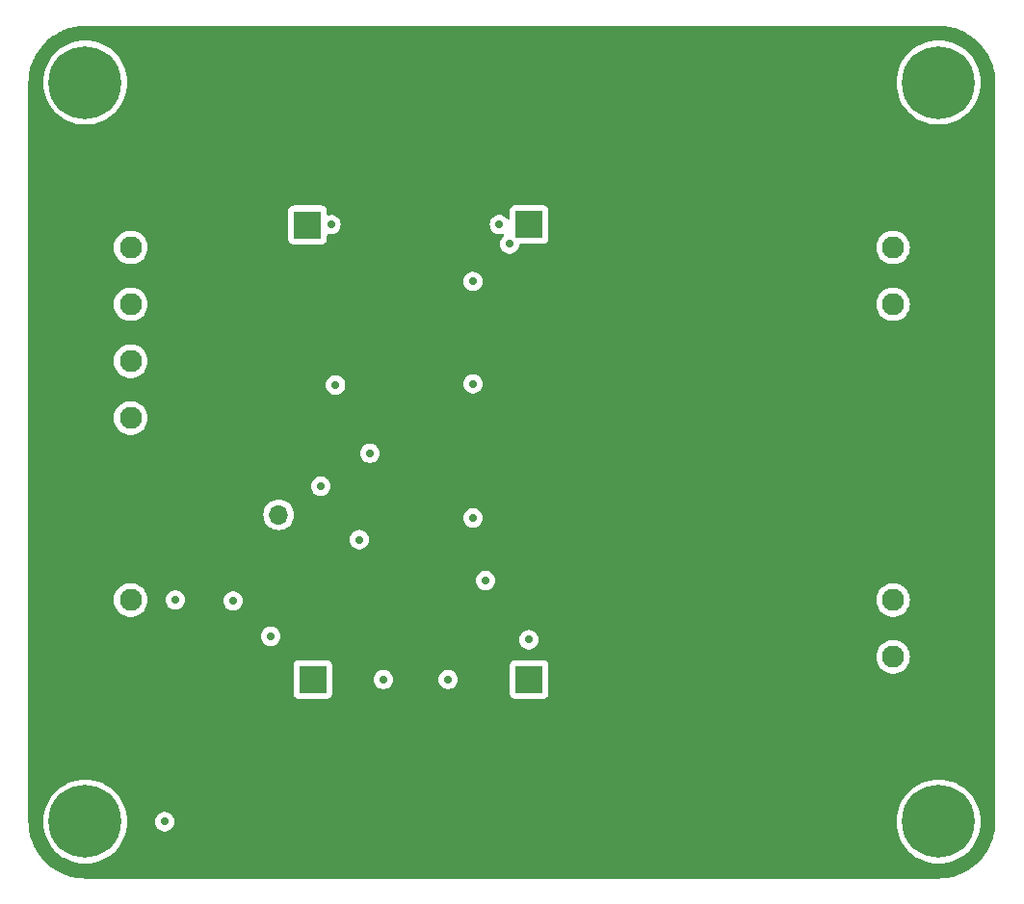
<source format=gbr>
%TF.GenerationSoftware,KiCad,Pcbnew,7.0.6*%
%TF.CreationDate,2023-10-07T14:34:09+02:00*%
%TF.ProjectId,TPA3116 amplifier,54504133-3131-4362-9061-6d706c696669,rev?*%
%TF.SameCoordinates,Original*%
%TF.FileFunction,Copper,L2,Inr*%
%TF.FilePolarity,Positive*%
%FSLAX46Y46*%
G04 Gerber Fmt 4.6, Leading zero omitted, Abs format (unit mm)*
G04 Created by KiCad (PCBNEW 7.0.6) date 2023-10-07 14:34:09*
%MOMM*%
%LPD*%
G01*
G04 APERTURE LIST*
%TA.AperFunction,ComponentPad*%
%ADD10C,1.950000*%
%TD*%
%TA.AperFunction,ComponentPad*%
%ADD11C,0.800000*%
%TD*%
%TA.AperFunction,ComponentPad*%
%ADD12C,6.400000*%
%TD*%
%TA.AperFunction,ComponentPad*%
%ADD13R,2.400000X2.400000*%
%TD*%
%TA.AperFunction,ComponentPad*%
%ADD14C,2.400000*%
%TD*%
%TA.AperFunction,ComponentPad*%
%ADD15R,1.700000X1.700000*%
%TD*%
%TA.AperFunction,ComponentPad*%
%ADD16O,1.700000X1.700000*%
%TD*%
%TA.AperFunction,ViaPad*%
%ADD17C,0.700000*%
%TD*%
%TA.AperFunction,ViaPad*%
%ADD18C,0.800000*%
%TD*%
%TA.AperFunction,ViaPad*%
%ADD19C,0.500000*%
%TD*%
G04 APERTURE END LIST*
D10*
%TO.N,/LOUT+*%
%TO.C,J5*%
X176000000Y-100500000D03*
%TO.N,/LOUT-*%
X176000000Y-105500000D03*
%TD*%
D11*
%TO.N,unconnected-(H1-Pad1)*%
%TO.C,H1*%
X177600000Y-120000000D03*
X178302944Y-118302944D03*
X178302944Y-121697056D03*
X180000000Y-117600000D03*
D12*
X180000000Y-120000000D03*
D11*
X180000000Y-122400000D03*
X181697056Y-118302944D03*
X181697056Y-121697056D03*
X182400000Y-120000000D03*
%TD*%
D13*
%TO.N,+24V*%
%TO.C,C12*%
X144000000Y-107500000D03*
D14*
%TO.N,GND*%
X144000000Y-115000000D03*
%TD*%
D13*
%TO.N,+24V*%
%TO.C,C9*%
X144000000Y-67500000D03*
D14*
%TO.N,GND*%
X144000000Y-60000000D03*
%TD*%
D11*
%TO.N,unconnected-(H4-Pad1)*%
%TO.C,H4*%
X102600000Y-55000000D03*
X103302944Y-53302944D03*
X103302944Y-56697056D03*
X105000000Y-52600000D03*
D12*
X105000000Y-55000000D03*
D11*
X105000000Y-57400000D03*
X106697056Y-53302944D03*
X106697056Y-56697056D03*
X107400000Y-55000000D03*
%TD*%
D10*
%TO.N,GND*%
%TO.C,J3*%
X109000000Y-105500000D03*
%TO.N,+24V*%
X109000000Y-100500000D03*
%TD*%
D11*
%TO.N,unconnected-(H2-Pad1)*%
%TO.C,H2*%
X102600000Y-120000000D03*
X103302944Y-118302944D03*
X103302944Y-121697056D03*
X105000000Y-117600000D03*
D12*
X105000000Y-120000000D03*
D11*
X105000000Y-122400000D03*
X106697056Y-118302944D03*
X106697056Y-121697056D03*
X107400000Y-120000000D03*
%TD*%
D10*
%TO.N,/ROUT+*%
%TO.C,J4*%
X176000000Y-69500000D03*
%TO.N,/ROUT-*%
X176000000Y-74500000D03*
%TD*%
D15*
%TO.N,GND*%
%TO.C,J1*%
X122000000Y-90460000D03*
D16*
%TO.N,Net-(J1-Pin_2)*%
X122000000Y-93000000D03*
%TD*%
D10*
%TO.N,LIN-*%
%TO.C,J2*%
X109000000Y-84500000D03*
%TO.N,LIN+*%
X109000000Y-79500000D03*
%TO.N,RIN-*%
X109000000Y-74500000D03*
%TO.N,RIN+*%
X109000000Y-69500000D03*
%TD*%
D11*
%TO.N,unconnected-(H3-Pad1)*%
%TO.C,H3*%
X177600000Y-55000000D03*
X178302944Y-53302944D03*
X178302944Y-56697056D03*
X180000000Y-52600000D03*
D12*
X180000000Y-55000000D03*
D11*
X180000000Y-57400000D03*
X181697056Y-53302944D03*
X181697056Y-56697056D03*
X182400000Y-55000000D03*
%TD*%
D13*
%TO.N,+24V*%
%TO.C,C8*%
X124550000Y-67512755D03*
D14*
%TO.N,GND*%
X124550000Y-60012755D03*
%TD*%
D13*
%TO.N,+24V*%
%TO.C,C13*%
X125000000Y-107500000D03*
D14*
%TO.N,GND*%
X125000000Y-115000000D03*
%TD*%
D17*
%TO.N,GND*%
X184000000Y-60000000D03*
X184000000Y-104000000D03*
X184000000Y-76000000D03*
X184000000Y-88000000D03*
X184000000Y-84000000D03*
X184000000Y-96000000D03*
X184000000Y-64000000D03*
X184000000Y-112000000D03*
X184000000Y-108000000D03*
X184000000Y-72000000D03*
X184000000Y-68000000D03*
X184000000Y-116000000D03*
X184000000Y-80000000D03*
X184000000Y-100000000D03*
X184000000Y-92000000D03*
X101000000Y-104000000D03*
X101000000Y-100000000D03*
X101000000Y-92000000D03*
X101000000Y-84000000D03*
X101000000Y-76000000D03*
X101000000Y-80000000D03*
X101000000Y-72000000D03*
X101000000Y-68000000D03*
X101000000Y-96000000D03*
X101000000Y-116000000D03*
X101000000Y-112000000D03*
X101000000Y-108000000D03*
X101000000Y-88000000D03*
X101000000Y-64000000D03*
X101000000Y-60000000D03*
%TO.N,+24V*%
X112000000Y-120000000D03*
%TO.N,GND*%
X128000000Y-124000000D03*
X132000000Y-124000000D03*
X140000000Y-124000000D03*
X148000000Y-124000000D03*
X156000000Y-124000000D03*
X152000000Y-124000000D03*
X160000000Y-124000000D03*
X164000000Y-124000000D03*
X136000000Y-124000000D03*
X108000000Y-124000000D03*
X116000000Y-124000000D03*
X112000000Y-124000000D03*
X120000000Y-124000000D03*
X124000000Y-124000000D03*
X144000000Y-124000000D03*
X168000000Y-124000000D03*
X172000000Y-124000000D03*
X176000000Y-124000000D03*
X169000000Y-51000000D03*
X177000000Y-51000000D03*
X173000000Y-51000000D03*
X149000000Y-51000000D03*
X157000000Y-51000000D03*
X153000000Y-51000000D03*
X161000000Y-51000000D03*
X165000000Y-51000000D03*
X129000000Y-51000000D03*
X137000000Y-51000000D03*
X133000000Y-51000000D03*
X141000000Y-51000000D03*
X145000000Y-51000000D03*
X125000000Y-51000000D03*
X121000000Y-51000000D03*
X117000000Y-51000000D03*
X113000000Y-51000000D03*
X109000000Y-51000000D03*
D18*
X113500000Y-114000000D03*
D19*
X136100000Y-85700000D03*
X133700000Y-85700000D03*
D17*
X125750000Y-96500000D03*
X122000000Y-88750000D03*
D19*
X132700000Y-91000000D03*
X136900000Y-85700000D03*
D17*
X134250000Y-77250000D03*
D19*
X133700000Y-89100000D03*
X136900000Y-88300000D03*
D17*
X111500000Y-105200000D03*
D19*
X135300000Y-85700000D03*
D17*
X172000000Y-82750000D03*
D19*
X132700000Y-91700000D03*
D17*
X135750000Y-94750000D03*
X110700000Y-105200000D03*
D19*
X133700000Y-86500000D03*
D17*
X182500000Y-64500000D03*
X125750000Y-86250000D03*
X175000000Y-92250000D03*
D19*
X135300000Y-87000000D03*
D17*
X172000000Y-113750000D03*
X111500000Y-106000000D03*
X172000000Y-61000000D03*
X182500000Y-79500000D03*
X172000000Y-92250000D03*
X110700000Y-106000000D03*
X131500000Y-81700000D03*
X175000000Y-61000000D03*
D19*
X135300000Y-89100000D03*
X134500000Y-89100000D03*
D17*
X175000000Y-113750000D03*
D19*
X134500000Y-85700000D03*
D17*
X135750000Y-97750000D03*
X175000000Y-82750000D03*
X182380442Y-95581993D03*
X135750000Y-77000000D03*
X182250000Y-110500000D03*
D19*
X132700000Y-90300000D03*
X133700000Y-88300000D03*
X136900000Y-89100000D03*
X135300000Y-87800000D03*
D17*
X135750000Y-80000000D03*
D19*
X136100000Y-89100000D03*
X136900000Y-86500000D03*
D17*
%TO.N,+24V*%
X126600000Y-67500000D03*
X139100000Y-81500000D03*
X139100000Y-72500000D03*
X141400000Y-67500000D03*
X136900000Y-107500000D03*
X127000000Y-81600000D03*
X118000000Y-100600000D03*
X125700000Y-90500000D03*
X121300000Y-103700000D03*
X112900000Y-100500000D03*
X144000000Y-104000000D03*
X131200000Y-107500000D03*
X142300000Y-69200000D03*
X140200000Y-98800000D03*
X139100000Y-93300000D03*
%TO.N,Net-(IC1-GAIN{slash}SLV)*%
X130000000Y-87600000D03*
X129100000Y-95200000D03*
%TD*%
%TA.AperFunction,Conductor*%
%TO.N,GND*%
G36*
X180217318Y-50009488D02*
G01*
X180415934Y-50018160D01*
X180420865Y-50018574D01*
X180636792Y-50045489D01*
X180832940Y-50071313D01*
X180837265Y-50071883D01*
X180841894Y-50072671D01*
X181054183Y-50117183D01*
X181252534Y-50161157D01*
X181256778Y-50162257D01*
X181464544Y-50224112D01*
X181658658Y-50285317D01*
X181662530Y-50286680D01*
X181864457Y-50365472D01*
X182052817Y-50443494D01*
X182056252Y-50445045D01*
X182131343Y-50481755D01*
X182250992Y-50540249D01*
X182388629Y-50611897D01*
X182432009Y-50634479D01*
X182435107Y-50636207D01*
X182621382Y-50747202D01*
X182793662Y-50856957D01*
X182796377Y-50858789D01*
X182972918Y-50984837D01*
X183135098Y-51109282D01*
X183137426Y-51111159D01*
X183303055Y-51251439D01*
X183454895Y-51390574D01*
X183609424Y-51545103D01*
X183673278Y-51614787D01*
X183748555Y-51696938D01*
X183763008Y-51714003D01*
X183888839Y-51862572D01*
X183890716Y-51864900D01*
X184015162Y-52027081D01*
X184141209Y-52203621D01*
X184143040Y-52206335D01*
X184252797Y-52378617D01*
X184363791Y-52564891D01*
X184365525Y-52568000D01*
X184459750Y-52749007D01*
X184495395Y-52821917D01*
X184554953Y-52943744D01*
X184556524Y-52947229D01*
X184634536Y-53135566D01*
X184713309Y-53337445D01*
X184714681Y-53341340D01*
X184775899Y-53535496D01*
X184837735Y-53743200D01*
X184838843Y-53747472D01*
X184882818Y-53945826D01*
X184927326Y-54158101D01*
X184928115Y-54162733D01*
X184954524Y-54363319D01*
X184981422Y-54579114D01*
X184981839Y-54584080D01*
X184990513Y-54782728D01*
X184999500Y-55000000D01*
X184999500Y-120000000D01*
X184990513Y-120217271D01*
X184981839Y-120415918D01*
X184981422Y-120420884D01*
X184954524Y-120636680D01*
X184928115Y-120837265D01*
X184927326Y-120841897D01*
X184882818Y-121054173D01*
X184838843Y-121252526D01*
X184837735Y-121256798D01*
X184775899Y-121464503D01*
X184714681Y-121658658D01*
X184713309Y-121662552D01*
X184634536Y-121864433D01*
X184556524Y-122052769D01*
X184554944Y-122056274D01*
X184459750Y-122250992D01*
X184365525Y-122431998D01*
X184363791Y-122435107D01*
X184252797Y-122621382D01*
X184143040Y-122793663D01*
X184141209Y-122796377D01*
X184015162Y-122972918D01*
X183890716Y-123135099D01*
X183888839Y-123137426D01*
X183748557Y-123303059D01*
X183609426Y-123454895D01*
X183454895Y-123609426D01*
X183303059Y-123748557D01*
X183137426Y-123888839D01*
X183135099Y-123890716D01*
X182972918Y-124015162D01*
X182796377Y-124141209D01*
X182793663Y-124143040D01*
X182621382Y-124252797D01*
X182435107Y-124363791D01*
X182431998Y-124365525D01*
X182250992Y-124459750D01*
X182056274Y-124554944D01*
X182052769Y-124556524D01*
X181864433Y-124634536D01*
X181662552Y-124713309D01*
X181658658Y-124714681D01*
X181464503Y-124775899D01*
X181256798Y-124837735D01*
X181252526Y-124838843D01*
X181054173Y-124882818D01*
X180841897Y-124927326D01*
X180837265Y-124928115D01*
X180636680Y-124954524D01*
X180420884Y-124981422D01*
X180415918Y-124981839D01*
X180217271Y-124990513D01*
X180000000Y-124999500D01*
X105000000Y-124999500D01*
X104782728Y-124990513D01*
X104584080Y-124981839D01*
X104579114Y-124981422D01*
X104363319Y-124954524D01*
X104162733Y-124928115D01*
X104158101Y-124927326D01*
X103945826Y-124882818D01*
X103747472Y-124838843D01*
X103743200Y-124837735D01*
X103535496Y-124775899D01*
X103341340Y-124714681D01*
X103337445Y-124713309D01*
X103135566Y-124634536D01*
X102947229Y-124556524D01*
X102943744Y-124554953D01*
X102884503Y-124525992D01*
X102749007Y-124459750D01*
X102568000Y-124365525D01*
X102564891Y-124363791D01*
X102378617Y-124252797D01*
X102206335Y-124143040D01*
X102203621Y-124141209D01*
X102027081Y-124015162D01*
X101864900Y-123890716D01*
X101862572Y-123888839D01*
X101696940Y-123748557D01*
X101545103Y-123609424D01*
X101390574Y-123454895D01*
X101251439Y-123303055D01*
X101111159Y-123137426D01*
X101109282Y-123135098D01*
X100984837Y-122972918D01*
X100858789Y-122796377D01*
X100856957Y-122793662D01*
X100747202Y-122621382D01*
X100636207Y-122435107D01*
X100634473Y-122431998D01*
X100540249Y-122250992D01*
X100481755Y-122131343D01*
X100445045Y-122056252D01*
X100443494Y-122052817D01*
X100365463Y-121864433D01*
X100286680Y-121662530D01*
X100285317Y-121658658D01*
X100224100Y-121464503D01*
X100162257Y-121256778D01*
X100161155Y-121252526D01*
X100117181Y-121054173D01*
X100111495Y-121027057D01*
X100072671Y-120841894D01*
X100071883Y-120837265D01*
X100063084Y-120770429D01*
X100045489Y-120636791D01*
X100018574Y-120420865D01*
X100018160Y-120415934D01*
X100009486Y-120217271D01*
X100000500Y-120000000D01*
X101294422Y-120000000D01*
X101314722Y-120387339D01*
X101375397Y-120770427D01*
X101375397Y-120770429D01*
X101475788Y-121145094D01*
X101614787Y-121507197D01*
X101790877Y-121852793D01*
X102002122Y-122178082D01*
X102002124Y-122178084D01*
X102246219Y-122479516D01*
X102520484Y-122753781D01*
X102520488Y-122753784D01*
X102821917Y-122997877D01*
X103036804Y-123137426D01*
X103147211Y-123209125D01*
X103492806Y-123385214D01*
X103854913Y-123524214D01*
X104229567Y-123624602D01*
X104612662Y-123685278D01*
X104978576Y-123704455D01*
X104999999Y-123705578D01*
X105000000Y-123705578D01*
X105000001Y-123705578D01*
X105020301Y-123704514D01*
X105387338Y-123685278D01*
X105770433Y-123624602D01*
X106145087Y-123524214D01*
X106507194Y-123385214D01*
X106852789Y-123209125D01*
X107178084Y-122997876D01*
X107479516Y-122753781D01*
X107753781Y-122479516D01*
X107997876Y-122178084D01*
X108209125Y-121852789D01*
X108385214Y-121507194D01*
X108524214Y-121145087D01*
X108624602Y-120770433D01*
X108685278Y-120387338D01*
X108705578Y-120000000D01*
X111144815Y-120000000D01*
X111163503Y-120177805D01*
X111163504Y-120177807D01*
X111218747Y-120347829D01*
X111218750Y-120347835D01*
X111308141Y-120502665D01*
X111349812Y-120548946D01*
X111427764Y-120635521D01*
X111427767Y-120635523D01*
X111427770Y-120635526D01*
X111572407Y-120740612D01*
X111735733Y-120813329D01*
X111910609Y-120850500D01*
X111910610Y-120850500D01*
X112089389Y-120850500D01*
X112089391Y-120850500D01*
X112264267Y-120813329D01*
X112427593Y-120740612D01*
X112572230Y-120635526D01*
X112691859Y-120502665D01*
X112781250Y-120347835D01*
X112836497Y-120177803D01*
X112855185Y-120000000D01*
X176294422Y-120000000D01*
X176314722Y-120387339D01*
X176375397Y-120770427D01*
X176375397Y-120770429D01*
X176475788Y-121145094D01*
X176614787Y-121507197D01*
X176790877Y-121852793D01*
X177002122Y-122178082D01*
X177002124Y-122178084D01*
X177246219Y-122479516D01*
X177520484Y-122753781D01*
X177520488Y-122753784D01*
X177821917Y-122997877D01*
X178036804Y-123137426D01*
X178147211Y-123209125D01*
X178492806Y-123385214D01*
X178854913Y-123524214D01*
X179229567Y-123624602D01*
X179612662Y-123685278D01*
X179978576Y-123704455D01*
X179999999Y-123705578D01*
X180000000Y-123705578D01*
X180000001Y-123705578D01*
X180020300Y-123704514D01*
X180387338Y-123685278D01*
X180770433Y-123624602D01*
X181145087Y-123524214D01*
X181507194Y-123385214D01*
X181852789Y-123209125D01*
X182178084Y-122997876D01*
X182479516Y-122753781D01*
X182753781Y-122479516D01*
X182997876Y-122178084D01*
X183209125Y-121852789D01*
X183385214Y-121507194D01*
X183524214Y-121145087D01*
X183624602Y-120770433D01*
X183685278Y-120387338D01*
X183705578Y-120000000D01*
X183685278Y-119612662D01*
X183624602Y-119229567D01*
X183524214Y-118854913D01*
X183385214Y-118492806D01*
X183209125Y-118147211D01*
X182997876Y-117821916D01*
X182753781Y-117520484D01*
X182479516Y-117246219D01*
X182178084Y-117002124D01*
X182178082Y-117002122D01*
X181852793Y-116790877D01*
X181507197Y-116614787D01*
X181145094Y-116475788D01*
X181145087Y-116475786D01*
X180770433Y-116375398D01*
X180770429Y-116375397D01*
X180770428Y-116375397D01*
X180387339Y-116314722D01*
X180000001Y-116294422D01*
X179999999Y-116294422D01*
X179612660Y-116314722D01*
X179229572Y-116375397D01*
X179229570Y-116375397D01*
X178854905Y-116475788D01*
X178492802Y-116614787D01*
X178147206Y-116790877D01*
X177821917Y-117002122D01*
X177520488Y-117246215D01*
X177520480Y-117246222D01*
X177246222Y-117520480D01*
X177246215Y-117520488D01*
X177002122Y-117821917D01*
X176790877Y-118147206D01*
X176614787Y-118492802D01*
X176475788Y-118854905D01*
X176375397Y-119229570D01*
X176375397Y-119229572D01*
X176314722Y-119612660D01*
X176294422Y-119999999D01*
X176294422Y-120000000D01*
X112855185Y-120000000D01*
X112836497Y-119822197D01*
X112781250Y-119652165D01*
X112691859Y-119497335D01*
X112645003Y-119445296D01*
X112572235Y-119364478D01*
X112572232Y-119364476D01*
X112572231Y-119364475D01*
X112572230Y-119364474D01*
X112427593Y-119259388D01*
X112264267Y-119186671D01*
X112264265Y-119186670D01*
X112136594Y-119159533D01*
X112089391Y-119149500D01*
X111910609Y-119149500D01*
X111879954Y-119156015D01*
X111735733Y-119186670D01*
X111735728Y-119186672D01*
X111572408Y-119259387D01*
X111427768Y-119364475D01*
X111308140Y-119497336D01*
X111218750Y-119652164D01*
X111218747Y-119652170D01*
X111163504Y-119822192D01*
X111163503Y-119822194D01*
X111144815Y-120000000D01*
X108705578Y-120000000D01*
X108685278Y-119612662D01*
X108624602Y-119229567D01*
X108524214Y-118854913D01*
X108385214Y-118492806D01*
X108209125Y-118147211D01*
X107997876Y-117821916D01*
X107753781Y-117520484D01*
X107479516Y-117246219D01*
X107178084Y-117002124D01*
X107178082Y-117002122D01*
X106852793Y-116790877D01*
X106507197Y-116614787D01*
X106145094Y-116475788D01*
X106145087Y-116475786D01*
X105770433Y-116375398D01*
X105770429Y-116375397D01*
X105770428Y-116375397D01*
X105387339Y-116314722D01*
X105000001Y-116294422D01*
X104999999Y-116294422D01*
X104612660Y-116314722D01*
X104229572Y-116375397D01*
X104229570Y-116375397D01*
X103854905Y-116475788D01*
X103492802Y-116614787D01*
X103147206Y-116790877D01*
X102821917Y-117002122D01*
X102520488Y-117246215D01*
X102520480Y-117246222D01*
X102246222Y-117520480D01*
X102246215Y-117520488D01*
X102002122Y-117821917D01*
X101790877Y-118147206D01*
X101614787Y-118492802D01*
X101475788Y-118854905D01*
X101375397Y-119229570D01*
X101375397Y-119229572D01*
X101314722Y-119612660D01*
X101294422Y-119999999D01*
X101294422Y-120000000D01*
X100000500Y-120000000D01*
X100000500Y-119999500D01*
X100000500Y-108747870D01*
X123299500Y-108747870D01*
X123299501Y-108747876D01*
X123305908Y-108807483D01*
X123356202Y-108942328D01*
X123356206Y-108942335D01*
X123442452Y-109057544D01*
X123442455Y-109057547D01*
X123557664Y-109143793D01*
X123557671Y-109143797D01*
X123692517Y-109194091D01*
X123692516Y-109194091D01*
X123699444Y-109194835D01*
X123752127Y-109200500D01*
X126247872Y-109200499D01*
X126307483Y-109194091D01*
X126442331Y-109143796D01*
X126557546Y-109057546D01*
X126643796Y-108942331D01*
X126694091Y-108807483D01*
X126700500Y-108747873D01*
X126700500Y-108747870D01*
X142299500Y-108747870D01*
X142299501Y-108747876D01*
X142305908Y-108807483D01*
X142356202Y-108942328D01*
X142356206Y-108942335D01*
X142442452Y-109057544D01*
X142442455Y-109057547D01*
X142557664Y-109143793D01*
X142557671Y-109143797D01*
X142692517Y-109194091D01*
X142692516Y-109194091D01*
X142699444Y-109194835D01*
X142752127Y-109200500D01*
X145247872Y-109200499D01*
X145307483Y-109194091D01*
X145442331Y-109143796D01*
X145557546Y-109057546D01*
X145643796Y-108942331D01*
X145694091Y-108807483D01*
X145700500Y-108747873D01*
X145700499Y-106252128D01*
X145694091Y-106192517D01*
X145643796Y-106057669D01*
X145643795Y-106057668D01*
X145643793Y-106057664D01*
X145557547Y-105942455D01*
X145557544Y-105942452D01*
X145442335Y-105856206D01*
X145442328Y-105856202D01*
X145307482Y-105805908D01*
X145307483Y-105805908D01*
X145247883Y-105799501D01*
X145247881Y-105799500D01*
X145247873Y-105799500D01*
X145247864Y-105799500D01*
X142752129Y-105799500D01*
X142752123Y-105799501D01*
X142692516Y-105805908D01*
X142557671Y-105856202D01*
X142557664Y-105856206D01*
X142442455Y-105942452D01*
X142442452Y-105942455D01*
X142356206Y-106057664D01*
X142356202Y-106057671D01*
X142305908Y-106192517D01*
X142299501Y-106252116D01*
X142299501Y-106252123D01*
X142299500Y-106252135D01*
X142299500Y-108747870D01*
X126700500Y-108747870D01*
X126700499Y-107499999D01*
X130344815Y-107499999D01*
X130363503Y-107677805D01*
X130363504Y-107677807D01*
X130418747Y-107847829D01*
X130418750Y-107847835D01*
X130508141Y-108002665D01*
X130549812Y-108048946D01*
X130627764Y-108135521D01*
X130627767Y-108135523D01*
X130627770Y-108135526D01*
X130772407Y-108240612D01*
X130935733Y-108313329D01*
X131110609Y-108350500D01*
X131110610Y-108350500D01*
X131289389Y-108350500D01*
X131289391Y-108350500D01*
X131464267Y-108313329D01*
X131627593Y-108240612D01*
X131772230Y-108135526D01*
X131891859Y-108002665D01*
X131981250Y-107847835D01*
X132036497Y-107677803D01*
X132055185Y-107500000D01*
X132055185Y-107499999D01*
X136044815Y-107499999D01*
X136063503Y-107677805D01*
X136063504Y-107677807D01*
X136118747Y-107847829D01*
X136118750Y-107847835D01*
X136208141Y-108002665D01*
X136249812Y-108048946D01*
X136327764Y-108135521D01*
X136327767Y-108135523D01*
X136327770Y-108135526D01*
X136472407Y-108240612D01*
X136635733Y-108313329D01*
X136810609Y-108350500D01*
X136810610Y-108350500D01*
X136989389Y-108350500D01*
X136989391Y-108350500D01*
X137164267Y-108313329D01*
X137327593Y-108240612D01*
X137472230Y-108135526D01*
X137591859Y-108002665D01*
X137681250Y-107847835D01*
X137736497Y-107677803D01*
X137755185Y-107500000D01*
X137736497Y-107322197D01*
X137681250Y-107152165D01*
X137591859Y-106997335D01*
X137535958Y-106935251D01*
X137472235Y-106864478D01*
X137472232Y-106864476D01*
X137472231Y-106864475D01*
X137472230Y-106864474D01*
X137327593Y-106759388D01*
X137164267Y-106686671D01*
X137164265Y-106686670D01*
X137036594Y-106659533D01*
X136989391Y-106649500D01*
X136810609Y-106649500D01*
X136779954Y-106656015D01*
X136635733Y-106686670D01*
X136635728Y-106686672D01*
X136472408Y-106759387D01*
X136327768Y-106864475D01*
X136208140Y-106997336D01*
X136118750Y-107152164D01*
X136118747Y-107152170D01*
X136063504Y-107322192D01*
X136063503Y-107322194D01*
X136044815Y-107499999D01*
X132055185Y-107499999D01*
X132036497Y-107322197D01*
X131981250Y-107152165D01*
X131891859Y-106997335D01*
X131835958Y-106935251D01*
X131772235Y-106864478D01*
X131772232Y-106864476D01*
X131772231Y-106864475D01*
X131772230Y-106864474D01*
X131627593Y-106759388D01*
X131464267Y-106686671D01*
X131464265Y-106686670D01*
X131336594Y-106659533D01*
X131289391Y-106649500D01*
X131110609Y-106649500D01*
X131079954Y-106656015D01*
X130935733Y-106686670D01*
X130935728Y-106686672D01*
X130772408Y-106759387D01*
X130627768Y-106864475D01*
X130508140Y-106997336D01*
X130418750Y-107152164D01*
X130418747Y-107152170D01*
X130363504Y-107322192D01*
X130363503Y-107322194D01*
X130344815Y-107499999D01*
X126700499Y-107499999D01*
X126700499Y-106252128D01*
X126694091Y-106192517D01*
X126643796Y-106057669D01*
X126643795Y-106057668D01*
X126643793Y-106057664D01*
X126557547Y-105942455D01*
X126557544Y-105942452D01*
X126442335Y-105856206D01*
X126442328Y-105856202D01*
X126307482Y-105805908D01*
X126307483Y-105805908D01*
X126247883Y-105799501D01*
X126247881Y-105799500D01*
X126247873Y-105799500D01*
X126247864Y-105799500D01*
X123752129Y-105799500D01*
X123752123Y-105799501D01*
X123692516Y-105805908D01*
X123557671Y-105856202D01*
X123557664Y-105856206D01*
X123442455Y-105942452D01*
X123442452Y-105942455D01*
X123356206Y-106057664D01*
X123356202Y-106057671D01*
X123305908Y-106192517D01*
X123299501Y-106252116D01*
X123299501Y-106252123D01*
X123299500Y-106252135D01*
X123299500Y-108747870D01*
X100000500Y-108747870D01*
X100000500Y-105500005D01*
X174519443Y-105500005D01*
X174539634Y-105743683D01*
X174539636Y-105743695D01*
X174599663Y-105980734D01*
X174697888Y-106204666D01*
X174831632Y-106409378D01*
X174997242Y-106589277D01*
X174997252Y-106589286D01*
X175190208Y-106739470D01*
X175190212Y-106739473D01*
X175405267Y-106855855D01*
X175405270Y-106855856D01*
X175636541Y-106935251D01*
X175636543Y-106935251D01*
X175636545Y-106935252D01*
X175877737Y-106975500D01*
X175877738Y-106975500D01*
X176122262Y-106975500D01*
X176122263Y-106975500D01*
X176363455Y-106935252D01*
X176594733Y-106855855D01*
X176809788Y-106739473D01*
X177002754Y-106589281D01*
X177168368Y-106409377D01*
X177302111Y-106204667D01*
X177400336Y-105980736D01*
X177460364Y-105743692D01*
X177480557Y-105500000D01*
X177460364Y-105256308D01*
X177400336Y-105019264D01*
X177302111Y-104795333D01*
X177266359Y-104740610D01*
X177168367Y-104590621D01*
X177002757Y-104410722D01*
X177002747Y-104410713D01*
X176809791Y-104260529D01*
X176809787Y-104260526D01*
X176594734Y-104144145D01*
X176594729Y-104144143D01*
X176363458Y-104064748D01*
X176182560Y-104034562D01*
X176122263Y-104024500D01*
X175877737Y-104024500D01*
X175829498Y-104032549D01*
X175636541Y-104064748D01*
X175405270Y-104144143D01*
X175405265Y-104144145D01*
X175190212Y-104260526D01*
X175190208Y-104260529D01*
X174997252Y-104410713D01*
X174997242Y-104410722D01*
X174831632Y-104590621D01*
X174697888Y-104795333D01*
X174599663Y-105019265D01*
X174539636Y-105256304D01*
X174539634Y-105256316D01*
X174519443Y-105499994D01*
X174519443Y-105500005D01*
X100000500Y-105500005D01*
X100000500Y-103699999D01*
X120444815Y-103699999D01*
X120463503Y-103877805D01*
X120463504Y-103877807D01*
X120518747Y-104047829D01*
X120518750Y-104047835D01*
X120608141Y-104202665D01*
X120649812Y-104248946D01*
X120727764Y-104335521D01*
X120727767Y-104335523D01*
X120727770Y-104335526D01*
X120872407Y-104440612D01*
X121035733Y-104513329D01*
X121210609Y-104550500D01*
X121210610Y-104550500D01*
X121389389Y-104550500D01*
X121389391Y-104550500D01*
X121564267Y-104513329D01*
X121727593Y-104440612D01*
X121872230Y-104335526D01*
X121991859Y-104202665D01*
X122081250Y-104047835D01*
X122096793Y-104000000D01*
X143144815Y-104000000D01*
X143163503Y-104177805D01*
X143163504Y-104177807D01*
X143218747Y-104347829D01*
X143218750Y-104347835D01*
X143308141Y-104502665D01*
X143349812Y-104548946D01*
X143427764Y-104635521D01*
X143427767Y-104635523D01*
X143427770Y-104635526D01*
X143572407Y-104740612D01*
X143735733Y-104813329D01*
X143910609Y-104850500D01*
X143910610Y-104850500D01*
X144089389Y-104850500D01*
X144089391Y-104850500D01*
X144264267Y-104813329D01*
X144427593Y-104740612D01*
X144572230Y-104635526D01*
X144691859Y-104502665D01*
X144781250Y-104347835D01*
X144836497Y-104177803D01*
X144855185Y-104000000D01*
X144836497Y-103822197D01*
X144781250Y-103652165D01*
X144691859Y-103497335D01*
X144645003Y-103445296D01*
X144572235Y-103364478D01*
X144572232Y-103364476D01*
X144572231Y-103364475D01*
X144572230Y-103364474D01*
X144427593Y-103259388D01*
X144264267Y-103186671D01*
X144264265Y-103186670D01*
X144136594Y-103159533D01*
X144089391Y-103149500D01*
X143910609Y-103149500D01*
X143879954Y-103156015D01*
X143735733Y-103186670D01*
X143735728Y-103186672D01*
X143572408Y-103259387D01*
X143427768Y-103364475D01*
X143308140Y-103497336D01*
X143218750Y-103652164D01*
X143218747Y-103652170D01*
X143163504Y-103822192D01*
X143163503Y-103822194D01*
X143144815Y-104000000D01*
X122096793Y-104000000D01*
X122136497Y-103877803D01*
X122155185Y-103700000D01*
X122136497Y-103522197D01*
X122085250Y-103364475D01*
X122081252Y-103352170D01*
X122081249Y-103352164D01*
X121991859Y-103197335D01*
X121945003Y-103145296D01*
X121872235Y-103064478D01*
X121872232Y-103064476D01*
X121872231Y-103064475D01*
X121872230Y-103064474D01*
X121727593Y-102959388D01*
X121564267Y-102886671D01*
X121564265Y-102886670D01*
X121436594Y-102859533D01*
X121389391Y-102849500D01*
X121210609Y-102849500D01*
X121179954Y-102856015D01*
X121035733Y-102886670D01*
X121035728Y-102886672D01*
X120872408Y-102959387D01*
X120727768Y-103064475D01*
X120608140Y-103197336D01*
X120518750Y-103352164D01*
X120518747Y-103352170D01*
X120463504Y-103522192D01*
X120463503Y-103522194D01*
X120444815Y-103699999D01*
X100000500Y-103699999D01*
X100000500Y-100500005D01*
X107519443Y-100500005D01*
X107539634Y-100743683D01*
X107539636Y-100743695D01*
X107599663Y-100980734D01*
X107697888Y-101204666D01*
X107831632Y-101409378D01*
X107997242Y-101589277D01*
X107997246Y-101589281D01*
X108190212Y-101739473D01*
X108405267Y-101855855D01*
X108405270Y-101855856D01*
X108636541Y-101935251D01*
X108636543Y-101935251D01*
X108636545Y-101935252D01*
X108877737Y-101975500D01*
X108877738Y-101975500D01*
X109122262Y-101975500D01*
X109122263Y-101975500D01*
X109363455Y-101935252D01*
X109594733Y-101855855D01*
X109809788Y-101739473D01*
X110002754Y-101589281D01*
X110168368Y-101409377D01*
X110302111Y-101204667D01*
X110400336Y-100980736D01*
X110460364Y-100743692D01*
X110460365Y-100743683D01*
X110480557Y-100500005D01*
X110480557Y-100499999D01*
X112044815Y-100499999D01*
X112063503Y-100677805D01*
X112063504Y-100677807D01*
X112118747Y-100847829D01*
X112118750Y-100847835D01*
X112208141Y-101002665D01*
X112249812Y-101048946D01*
X112327764Y-101135521D01*
X112327767Y-101135523D01*
X112327770Y-101135526D01*
X112472407Y-101240612D01*
X112635733Y-101313329D01*
X112810609Y-101350500D01*
X112810610Y-101350500D01*
X112989389Y-101350500D01*
X112989391Y-101350500D01*
X113164267Y-101313329D01*
X113327593Y-101240612D01*
X113472230Y-101135526D01*
X113591859Y-101002665D01*
X113681250Y-100847835D01*
X113736497Y-100677803D01*
X113744674Y-100600000D01*
X117144815Y-100600000D01*
X117163503Y-100777805D01*
X117163504Y-100777807D01*
X117218747Y-100947829D01*
X117218750Y-100947835D01*
X117308141Y-101102665D01*
X117349812Y-101148946D01*
X117427764Y-101235521D01*
X117427767Y-101235523D01*
X117427770Y-101235526D01*
X117572407Y-101340612D01*
X117735733Y-101413329D01*
X117910609Y-101450500D01*
X117910610Y-101450500D01*
X118089389Y-101450500D01*
X118089391Y-101450500D01*
X118264267Y-101413329D01*
X118427593Y-101340612D01*
X118572230Y-101235526D01*
X118691859Y-101102665D01*
X118781250Y-100947835D01*
X118836497Y-100777803D01*
X118855185Y-100600000D01*
X118844675Y-100500005D01*
X174519443Y-100500005D01*
X174539634Y-100743683D01*
X174539636Y-100743695D01*
X174599663Y-100980734D01*
X174697888Y-101204666D01*
X174831632Y-101409378D01*
X174997242Y-101589277D01*
X174997246Y-101589281D01*
X175190212Y-101739473D01*
X175405267Y-101855855D01*
X175405270Y-101855856D01*
X175636541Y-101935251D01*
X175636543Y-101935251D01*
X175636545Y-101935252D01*
X175877737Y-101975500D01*
X175877738Y-101975500D01*
X176122262Y-101975500D01*
X176122263Y-101975500D01*
X176363455Y-101935252D01*
X176594733Y-101855855D01*
X176809788Y-101739473D01*
X177002754Y-101589281D01*
X177168368Y-101409377D01*
X177302111Y-101204667D01*
X177400336Y-100980736D01*
X177460364Y-100743692D01*
X177460365Y-100743683D01*
X177480557Y-100500005D01*
X177480557Y-100499994D01*
X177460365Y-100256316D01*
X177460363Y-100256304D01*
X177457444Y-100244778D01*
X177400336Y-100019264D01*
X177302111Y-99795333D01*
X177231118Y-99686670D01*
X177168367Y-99590621D01*
X177002757Y-99410722D01*
X177002747Y-99410713D01*
X176809791Y-99260529D01*
X176809787Y-99260526D01*
X176594734Y-99144145D01*
X176594729Y-99144143D01*
X176363458Y-99064748D01*
X176182560Y-99034562D01*
X176122263Y-99024500D01*
X175877737Y-99024500D01*
X175829498Y-99032549D01*
X175636541Y-99064748D01*
X175405270Y-99144143D01*
X175405265Y-99144145D01*
X175190212Y-99260526D01*
X175190208Y-99260529D01*
X174997252Y-99410713D01*
X174997242Y-99410722D01*
X174831632Y-99590621D01*
X174697888Y-99795333D01*
X174599663Y-100019265D01*
X174539636Y-100256304D01*
X174539634Y-100256316D01*
X174519443Y-100499994D01*
X174519443Y-100500005D01*
X118844675Y-100500005D01*
X118836497Y-100422197D01*
X118782599Y-100256316D01*
X118781252Y-100252170D01*
X118781249Y-100252164D01*
X118691859Y-100097335D01*
X118645003Y-100045296D01*
X118572235Y-99964478D01*
X118572232Y-99964476D01*
X118572231Y-99964475D01*
X118572230Y-99964474D01*
X118427593Y-99859388D01*
X118264267Y-99786671D01*
X118264265Y-99786670D01*
X118135906Y-99759387D01*
X118089391Y-99749500D01*
X117910609Y-99749500D01*
X117879954Y-99756015D01*
X117735733Y-99786670D01*
X117735728Y-99786672D01*
X117572408Y-99859387D01*
X117427768Y-99964475D01*
X117308140Y-100097336D01*
X117218750Y-100252164D01*
X117218747Y-100252170D01*
X117163504Y-100422192D01*
X117163503Y-100422194D01*
X117144815Y-100600000D01*
X113744674Y-100600000D01*
X113755185Y-100500000D01*
X113736497Y-100322197D01*
X113681250Y-100152165D01*
X113591859Y-99997335D01*
X113545003Y-99945296D01*
X113472235Y-99864478D01*
X113472232Y-99864476D01*
X113472231Y-99864475D01*
X113472230Y-99864474D01*
X113327593Y-99759388D01*
X113164267Y-99686671D01*
X113164265Y-99686670D01*
X113036594Y-99659533D01*
X112989391Y-99649500D01*
X112810609Y-99649500D01*
X112779954Y-99656015D01*
X112635733Y-99686670D01*
X112635728Y-99686672D01*
X112472408Y-99759387D01*
X112327768Y-99864475D01*
X112208140Y-99997336D01*
X112118750Y-100152164D01*
X112118747Y-100152170D01*
X112063504Y-100322192D01*
X112063503Y-100322194D01*
X112044815Y-100499999D01*
X110480557Y-100499999D01*
X110480557Y-100499994D01*
X110460365Y-100256316D01*
X110460363Y-100256304D01*
X110457444Y-100244778D01*
X110400336Y-100019264D01*
X110302111Y-99795333D01*
X110231118Y-99686670D01*
X110168367Y-99590621D01*
X110002757Y-99410722D01*
X110002747Y-99410713D01*
X109809791Y-99260529D01*
X109809787Y-99260526D01*
X109594734Y-99144145D01*
X109594729Y-99144143D01*
X109363458Y-99064748D01*
X109182560Y-99034562D01*
X109122263Y-99024500D01*
X108877737Y-99024500D01*
X108829498Y-99032549D01*
X108636541Y-99064748D01*
X108405270Y-99144143D01*
X108405265Y-99144145D01*
X108190212Y-99260526D01*
X108190208Y-99260529D01*
X107997252Y-99410713D01*
X107997242Y-99410722D01*
X107831632Y-99590621D01*
X107697888Y-99795333D01*
X107599663Y-100019265D01*
X107539636Y-100256304D01*
X107539634Y-100256316D01*
X107519443Y-100499994D01*
X107519443Y-100500005D01*
X100000500Y-100500005D01*
X100000500Y-98799999D01*
X139344815Y-98799999D01*
X139363503Y-98977805D01*
X139363504Y-98977807D01*
X139418747Y-99147829D01*
X139418750Y-99147835D01*
X139508141Y-99302665D01*
X139549812Y-99348946D01*
X139627764Y-99435521D01*
X139627767Y-99435523D01*
X139627770Y-99435526D01*
X139772407Y-99540612D01*
X139935733Y-99613329D01*
X140110609Y-99650500D01*
X140110610Y-99650500D01*
X140289389Y-99650500D01*
X140289391Y-99650500D01*
X140464267Y-99613329D01*
X140627593Y-99540612D01*
X140772230Y-99435526D01*
X140891859Y-99302665D01*
X140981250Y-99147835D01*
X141036497Y-98977803D01*
X141055185Y-98800000D01*
X141036497Y-98622197D01*
X140981250Y-98452165D01*
X140891859Y-98297335D01*
X140845003Y-98245296D01*
X140772235Y-98164478D01*
X140772232Y-98164476D01*
X140772231Y-98164475D01*
X140772230Y-98164474D01*
X140627593Y-98059388D01*
X140464267Y-97986671D01*
X140464265Y-97986670D01*
X140336594Y-97959533D01*
X140289391Y-97949500D01*
X140110609Y-97949500D01*
X140079954Y-97956015D01*
X139935733Y-97986670D01*
X139935728Y-97986672D01*
X139772408Y-98059387D01*
X139627768Y-98164475D01*
X139508140Y-98297336D01*
X139418750Y-98452164D01*
X139418747Y-98452170D01*
X139363504Y-98622192D01*
X139363503Y-98622194D01*
X139344815Y-98799999D01*
X100000500Y-98799999D01*
X100000500Y-95200000D01*
X128244815Y-95200000D01*
X128263503Y-95377805D01*
X128263504Y-95377807D01*
X128318747Y-95547829D01*
X128318750Y-95547835D01*
X128408141Y-95702665D01*
X128449812Y-95748946D01*
X128527764Y-95835521D01*
X128527767Y-95835523D01*
X128527770Y-95835526D01*
X128672407Y-95940612D01*
X128835733Y-96013329D01*
X129010609Y-96050500D01*
X129010610Y-96050500D01*
X129189389Y-96050500D01*
X129189391Y-96050500D01*
X129364267Y-96013329D01*
X129527593Y-95940612D01*
X129672230Y-95835526D01*
X129791859Y-95702665D01*
X129881250Y-95547835D01*
X129936497Y-95377803D01*
X129955185Y-95200000D01*
X129936497Y-95022197D01*
X129881250Y-94852165D01*
X129791859Y-94697335D01*
X129745003Y-94645296D01*
X129672235Y-94564478D01*
X129672232Y-94564476D01*
X129672231Y-94564475D01*
X129672230Y-94564474D01*
X129527593Y-94459388D01*
X129364267Y-94386671D01*
X129364265Y-94386670D01*
X129236594Y-94359533D01*
X129189391Y-94349500D01*
X129010609Y-94349500D01*
X128981633Y-94355659D01*
X128835733Y-94386670D01*
X128835728Y-94386672D01*
X128672408Y-94459387D01*
X128527768Y-94564475D01*
X128408140Y-94697336D01*
X128318750Y-94852164D01*
X128318747Y-94852170D01*
X128263504Y-95022192D01*
X128263503Y-95022194D01*
X128244815Y-95200000D01*
X100000500Y-95200000D01*
X100000500Y-93000000D01*
X120644341Y-93000000D01*
X120664936Y-93235403D01*
X120664938Y-93235413D01*
X120726094Y-93463655D01*
X120726096Y-93463659D01*
X120726097Y-93463663D01*
X120811975Y-93647829D01*
X120825965Y-93677830D01*
X120825967Y-93677834D01*
X120913374Y-93802663D01*
X120961505Y-93871401D01*
X121128599Y-94038495D01*
X121225384Y-94106264D01*
X121322165Y-94174032D01*
X121322167Y-94174033D01*
X121322170Y-94174035D01*
X121536337Y-94273903D01*
X121764592Y-94335063D01*
X121929604Y-94349500D01*
X121999999Y-94355659D01*
X122000000Y-94355659D01*
X122000001Y-94355659D01*
X122039234Y-94352226D01*
X122235408Y-94335063D01*
X122463663Y-94273903D01*
X122677830Y-94174035D01*
X122871401Y-94038495D01*
X123038495Y-93871401D01*
X123174035Y-93677830D01*
X123273903Y-93463663D01*
X123317756Y-93300000D01*
X138244815Y-93300000D01*
X138263503Y-93477805D01*
X138263504Y-93477807D01*
X138318747Y-93647829D01*
X138318750Y-93647835D01*
X138408141Y-93802665D01*
X138449812Y-93848946D01*
X138527764Y-93935521D01*
X138527767Y-93935523D01*
X138527770Y-93935526D01*
X138672407Y-94040612D01*
X138835733Y-94113329D01*
X139010609Y-94150500D01*
X139010610Y-94150500D01*
X139189389Y-94150500D01*
X139189391Y-94150500D01*
X139364267Y-94113329D01*
X139527593Y-94040612D01*
X139672230Y-93935526D01*
X139791859Y-93802665D01*
X139881250Y-93647835D01*
X139936497Y-93477803D01*
X139955185Y-93300000D01*
X139936497Y-93122197D01*
X139881250Y-92952165D01*
X139791859Y-92797335D01*
X139745003Y-92745296D01*
X139672235Y-92664478D01*
X139672232Y-92664476D01*
X139672231Y-92664475D01*
X139672230Y-92664474D01*
X139527593Y-92559388D01*
X139364267Y-92486671D01*
X139364265Y-92486670D01*
X139236594Y-92459533D01*
X139189391Y-92449500D01*
X139010609Y-92449500D01*
X138979954Y-92456015D01*
X138835733Y-92486670D01*
X138835728Y-92486672D01*
X138672408Y-92559387D01*
X138527768Y-92664475D01*
X138408140Y-92797336D01*
X138318750Y-92952164D01*
X138318747Y-92952170D01*
X138263504Y-93122192D01*
X138263503Y-93122194D01*
X138244815Y-93300000D01*
X123317756Y-93300000D01*
X123335063Y-93235408D01*
X123355659Y-93000000D01*
X123335063Y-92764592D01*
X123273903Y-92536337D01*
X123174035Y-92322171D01*
X123038495Y-92128599D01*
X123038494Y-92128597D01*
X122871402Y-91961506D01*
X122871395Y-91961501D01*
X122677834Y-91825967D01*
X122677830Y-91825965D01*
X122677830Y-91825964D01*
X122463663Y-91726097D01*
X122463659Y-91726096D01*
X122463655Y-91726094D01*
X122235413Y-91664938D01*
X122235403Y-91664936D01*
X122000001Y-91644341D01*
X121999999Y-91644341D01*
X121764596Y-91664936D01*
X121764586Y-91664938D01*
X121536344Y-91726094D01*
X121536335Y-91726098D01*
X121322171Y-91825964D01*
X121322169Y-91825965D01*
X121128597Y-91961505D01*
X120961505Y-92128597D01*
X120825965Y-92322169D01*
X120825964Y-92322171D01*
X120726098Y-92536335D01*
X120726094Y-92536344D01*
X120664938Y-92764586D01*
X120664936Y-92764596D01*
X120644341Y-92999999D01*
X120644341Y-93000000D01*
X100000500Y-93000000D01*
X100000500Y-90500000D01*
X124844815Y-90500000D01*
X124863503Y-90677805D01*
X124863504Y-90677807D01*
X124918747Y-90847829D01*
X124918750Y-90847835D01*
X125008141Y-91002665D01*
X125049812Y-91048946D01*
X125127764Y-91135521D01*
X125127767Y-91135523D01*
X125127770Y-91135526D01*
X125272407Y-91240612D01*
X125435733Y-91313329D01*
X125610609Y-91350500D01*
X125610610Y-91350500D01*
X125789389Y-91350500D01*
X125789391Y-91350500D01*
X125964267Y-91313329D01*
X126127593Y-91240612D01*
X126272230Y-91135526D01*
X126391859Y-91002665D01*
X126481250Y-90847835D01*
X126536497Y-90677803D01*
X126555185Y-90500000D01*
X126536497Y-90322197D01*
X126481250Y-90152165D01*
X126391859Y-89997335D01*
X126345003Y-89945296D01*
X126272235Y-89864478D01*
X126272232Y-89864476D01*
X126272231Y-89864475D01*
X126272230Y-89864474D01*
X126127593Y-89759388D01*
X125964267Y-89686671D01*
X125964265Y-89686670D01*
X125836594Y-89659533D01*
X125789391Y-89649500D01*
X125610609Y-89649500D01*
X125579954Y-89656015D01*
X125435733Y-89686670D01*
X125435728Y-89686672D01*
X125272408Y-89759387D01*
X125127768Y-89864475D01*
X125008140Y-89997336D01*
X124918750Y-90152164D01*
X124918747Y-90152170D01*
X124863504Y-90322192D01*
X124863503Y-90322194D01*
X124844815Y-90500000D01*
X100000500Y-90500000D01*
X100000500Y-87599999D01*
X129144815Y-87599999D01*
X129163503Y-87777805D01*
X129163504Y-87777807D01*
X129218747Y-87947829D01*
X129218750Y-87947835D01*
X129308141Y-88102665D01*
X129349812Y-88148946D01*
X129427764Y-88235521D01*
X129427767Y-88235523D01*
X129427770Y-88235526D01*
X129572407Y-88340612D01*
X129735733Y-88413329D01*
X129910609Y-88450500D01*
X129910610Y-88450500D01*
X130089389Y-88450500D01*
X130089391Y-88450500D01*
X130264267Y-88413329D01*
X130427593Y-88340612D01*
X130572230Y-88235526D01*
X130691859Y-88102665D01*
X130781250Y-87947835D01*
X130836497Y-87777803D01*
X130855185Y-87600000D01*
X130836497Y-87422197D01*
X130781250Y-87252165D01*
X130691859Y-87097335D01*
X130645003Y-87045296D01*
X130572235Y-86964478D01*
X130572232Y-86964476D01*
X130572231Y-86964475D01*
X130572230Y-86964474D01*
X130427593Y-86859388D01*
X130264267Y-86786671D01*
X130264265Y-86786670D01*
X130136594Y-86759533D01*
X130089391Y-86749500D01*
X129910609Y-86749500D01*
X129879954Y-86756015D01*
X129735733Y-86786670D01*
X129735728Y-86786672D01*
X129572408Y-86859387D01*
X129427768Y-86964475D01*
X129308140Y-87097336D01*
X129218750Y-87252164D01*
X129218747Y-87252170D01*
X129163504Y-87422192D01*
X129163503Y-87422194D01*
X129144815Y-87599999D01*
X100000500Y-87599999D01*
X100000500Y-84500005D01*
X107519443Y-84500005D01*
X107539634Y-84743683D01*
X107539636Y-84743695D01*
X107599663Y-84980734D01*
X107697888Y-85204666D01*
X107831632Y-85409378D01*
X107997242Y-85589277D01*
X107997246Y-85589281D01*
X108190212Y-85739473D01*
X108405267Y-85855855D01*
X108405270Y-85855856D01*
X108636541Y-85935251D01*
X108636543Y-85935251D01*
X108636545Y-85935252D01*
X108877737Y-85975500D01*
X108877738Y-85975500D01*
X109122262Y-85975500D01*
X109122263Y-85975500D01*
X109363455Y-85935252D01*
X109594733Y-85855855D01*
X109809788Y-85739473D01*
X110002754Y-85589281D01*
X110168368Y-85409377D01*
X110302111Y-85204667D01*
X110400336Y-84980736D01*
X110460364Y-84743692D01*
X110480557Y-84500000D01*
X110460364Y-84256308D01*
X110400336Y-84019264D01*
X110302111Y-83795333D01*
X110168368Y-83590623D01*
X110168367Y-83590621D01*
X110002757Y-83410722D01*
X110002747Y-83410713D01*
X109809791Y-83260529D01*
X109809787Y-83260526D01*
X109594734Y-83144145D01*
X109594729Y-83144143D01*
X109363458Y-83064748D01*
X109182560Y-83034562D01*
X109122263Y-83024500D01*
X108877737Y-83024500D01*
X108829498Y-83032549D01*
X108636541Y-83064748D01*
X108405270Y-83144143D01*
X108405265Y-83144145D01*
X108190212Y-83260526D01*
X108190208Y-83260529D01*
X107997252Y-83410713D01*
X107997242Y-83410722D01*
X107831632Y-83590621D01*
X107697888Y-83795333D01*
X107599663Y-84019265D01*
X107539636Y-84256304D01*
X107539634Y-84256316D01*
X107519443Y-84499994D01*
X107519443Y-84500005D01*
X100000500Y-84500005D01*
X100000500Y-81600000D01*
X126144815Y-81600000D01*
X126163503Y-81777805D01*
X126163504Y-81777807D01*
X126218747Y-81947829D01*
X126218750Y-81947835D01*
X126308141Y-82102665D01*
X126349812Y-82148946D01*
X126427764Y-82235521D01*
X126427767Y-82235523D01*
X126427770Y-82235526D01*
X126572407Y-82340612D01*
X126735733Y-82413329D01*
X126910609Y-82450500D01*
X126910610Y-82450500D01*
X127089389Y-82450500D01*
X127089391Y-82450500D01*
X127264267Y-82413329D01*
X127427593Y-82340612D01*
X127572230Y-82235526D01*
X127691859Y-82102665D01*
X127781250Y-81947835D01*
X127836497Y-81777803D01*
X127855185Y-81600000D01*
X127844674Y-81499999D01*
X138244815Y-81499999D01*
X138263503Y-81677805D01*
X138263504Y-81677807D01*
X138318747Y-81847829D01*
X138318750Y-81847835D01*
X138408141Y-82002665D01*
X138449812Y-82048946D01*
X138527764Y-82135521D01*
X138527767Y-82135523D01*
X138527770Y-82135526D01*
X138672407Y-82240612D01*
X138835733Y-82313329D01*
X139010609Y-82350500D01*
X139010610Y-82350500D01*
X139189389Y-82350500D01*
X139189391Y-82350500D01*
X139364267Y-82313329D01*
X139527593Y-82240612D01*
X139672230Y-82135526D01*
X139791859Y-82002665D01*
X139881250Y-81847835D01*
X139936497Y-81677803D01*
X139955185Y-81500000D01*
X139936497Y-81322197D01*
X139881250Y-81152165D01*
X139791859Y-80997335D01*
X139735958Y-80935251D01*
X139672235Y-80864478D01*
X139672232Y-80864476D01*
X139672231Y-80864475D01*
X139672230Y-80864474D01*
X139527593Y-80759388D01*
X139364267Y-80686671D01*
X139364265Y-80686670D01*
X139236594Y-80659533D01*
X139189391Y-80649500D01*
X139010609Y-80649500D01*
X138979954Y-80656015D01*
X138835733Y-80686670D01*
X138835728Y-80686672D01*
X138672408Y-80759387D01*
X138527768Y-80864475D01*
X138408140Y-80997336D01*
X138318750Y-81152164D01*
X138318747Y-81152170D01*
X138263504Y-81322192D01*
X138263503Y-81322194D01*
X138244815Y-81499999D01*
X127844674Y-81499999D01*
X127836497Y-81422197D01*
X127781250Y-81252165D01*
X127691859Y-81097335D01*
X127645003Y-81045296D01*
X127572235Y-80964478D01*
X127572232Y-80964476D01*
X127572231Y-80964475D01*
X127572230Y-80964474D01*
X127427593Y-80859388D01*
X127264267Y-80786671D01*
X127264265Y-80786670D01*
X127135906Y-80759387D01*
X127089391Y-80749500D01*
X126910609Y-80749500D01*
X126879954Y-80756015D01*
X126735733Y-80786670D01*
X126735728Y-80786672D01*
X126572408Y-80859387D01*
X126427768Y-80964475D01*
X126308140Y-81097336D01*
X126218750Y-81252164D01*
X126218747Y-81252170D01*
X126163504Y-81422192D01*
X126163503Y-81422194D01*
X126144815Y-81600000D01*
X100000500Y-81600000D01*
X100000500Y-79500005D01*
X107519443Y-79500005D01*
X107539634Y-79743683D01*
X107539636Y-79743695D01*
X107599663Y-79980734D01*
X107697888Y-80204666D01*
X107831632Y-80409378D01*
X107997242Y-80589277D01*
X107997252Y-80589286D01*
X108190208Y-80739470D01*
X108190212Y-80739473D01*
X108405267Y-80855855D01*
X108415558Y-80859388D01*
X108636541Y-80935251D01*
X108636543Y-80935251D01*
X108636545Y-80935252D01*
X108877737Y-80975500D01*
X108877738Y-80975500D01*
X109122262Y-80975500D01*
X109122263Y-80975500D01*
X109363455Y-80935252D01*
X109594733Y-80855855D01*
X109809788Y-80739473D01*
X110002754Y-80589281D01*
X110168368Y-80409377D01*
X110302111Y-80204667D01*
X110400336Y-79980736D01*
X110460364Y-79743692D01*
X110480557Y-79500000D01*
X110460364Y-79256308D01*
X110400336Y-79019264D01*
X110302111Y-78795333D01*
X110168368Y-78590623D01*
X110168367Y-78590621D01*
X110002757Y-78410722D01*
X110002747Y-78410713D01*
X109809791Y-78260529D01*
X109809787Y-78260526D01*
X109594734Y-78144145D01*
X109594729Y-78144143D01*
X109363458Y-78064748D01*
X109182560Y-78034562D01*
X109122263Y-78024500D01*
X108877737Y-78024500D01*
X108829498Y-78032549D01*
X108636541Y-78064748D01*
X108405270Y-78144143D01*
X108405265Y-78144145D01*
X108190212Y-78260526D01*
X108190208Y-78260529D01*
X107997252Y-78410713D01*
X107997242Y-78410722D01*
X107831632Y-78590621D01*
X107697888Y-78795333D01*
X107599663Y-79019265D01*
X107539636Y-79256304D01*
X107539634Y-79256316D01*
X107519443Y-79499994D01*
X107519443Y-79500005D01*
X100000500Y-79500005D01*
X100000500Y-74500005D01*
X107519443Y-74500005D01*
X107539634Y-74743683D01*
X107539636Y-74743695D01*
X107599663Y-74980734D01*
X107697888Y-75204666D01*
X107831632Y-75409378D01*
X107997242Y-75589277D01*
X107997246Y-75589281D01*
X108190212Y-75739473D01*
X108405267Y-75855855D01*
X108405270Y-75855856D01*
X108636541Y-75935251D01*
X108636543Y-75935251D01*
X108636545Y-75935252D01*
X108877737Y-75975500D01*
X108877738Y-75975500D01*
X109122262Y-75975500D01*
X109122263Y-75975500D01*
X109363455Y-75935252D01*
X109594733Y-75855855D01*
X109809788Y-75739473D01*
X110002754Y-75589281D01*
X110168368Y-75409377D01*
X110302111Y-75204667D01*
X110400336Y-74980736D01*
X110460364Y-74743692D01*
X110480557Y-74500005D01*
X174519443Y-74500005D01*
X174539634Y-74743683D01*
X174539636Y-74743695D01*
X174599663Y-74980734D01*
X174697888Y-75204666D01*
X174831632Y-75409378D01*
X174997242Y-75589277D01*
X174997246Y-75589281D01*
X175190212Y-75739473D01*
X175405267Y-75855855D01*
X175405270Y-75855856D01*
X175636541Y-75935251D01*
X175636543Y-75935251D01*
X175636545Y-75935252D01*
X175877737Y-75975500D01*
X175877738Y-75975500D01*
X176122262Y-75975500D01*
X176122263Y-75975500D01*
X176363455Y-75935252D01*
X176594733Y-75855855D01*
X176809788Y-75739473D01*
X177002754Y-75589281D01*
X177168368Y-75409377D01*
X177302111Y-75204667D01*
X177400336Y-74980736D01*
X177460364Y-74743692D01*
X177480557Y-74500000D01*
X177460364Y-74256308D01*
X177400336Y-74019264D01*
X177302111Y-73795333D01*
X177168368Y-73590623D01*
X177168367Y-73590621D01*
X177002757Y-73410722D01*
X177002747Y-73410713D01*
X176809791Y-73260529D01*
X176809787Y-73260526D01*
X176594734Y-73144145D01*
X176594729Y-73144143D01*
X176363458Y-73064748D01*
X176182560Y-73034562D01*
X176122263Y-73024500D01*
X175877737Y-73024500D01*
X175829498Y-73032549D01*
X175636541Y-73064748D01*
X175405270Y-73144143D01*
X175405265Y-73144145D01*
X175190212Y-73260526D01*
X175190208Y-73260529D01*
X174997252Y-73410713D01*
X174997242Y-73410722D01*
X174831632Y-73590621D01*
X174697888Y-73795333D01*
X174599663Y-74019265D01*
X174539636Y-74256304D01*
X174539634Y-74256316D01*
X174519443Y-74499994D01*
X174519443Y-74500005D01*
X110480557Y-74500005D01*
X110480557Y-74500000D01*
X110460364Y-74256308D01*
X110400336Y-74019264D01*
X110302111Y-73795333D01*
X110168368Y-73590623D01*
X110168367Y-73590621D01*
X110002757Y-73410722D01*
X110002747Y-73410713D01*
X109809791Y-73260529D01*
X109809787Y-73260526D01*
X109594734Y-73144145D01*
X109594729Y-73144143D01*
X109363458Y-73064748D01*
X109182560Y-73034562D01*
X109122263Y-73024500D01*
X108877737Y-73024500D01*
X108829498Y-73032549D01*
X108636541Y-73064748D01*
X108405270Y-73144143D01*
X108405265Y-73144145D01*
X108190212Y-73260526D01*
X108190208Y-73260529D01*
X107997252Y-73410713D01*
X107997242Y-73410722D01*
X107831632Y-73590621D01*
X107697888Y-73795333D01*
X107599663Y-74019265D01*
X107539636Y-74256304D01*
X107539634Y-74256316D01*
X107519443Y-74499994D01*
X107519443Y-74500005D01*
X100000500Y-74500005D01*
X100000500Y-72500000D01*
X138244815Y-72500000D01*
X138263503Y-72677805D01*
X138263504Y-72677807D01*
X138318747Y-72847829D01*
X138318750Y-72847835D01*
X138408141Y-73002665D01*
X138449812Y-73048946D01*
X138527764Y-73135521D01*
X138527767Y-73135523D01*
X138527770Y-73135526D01*
X138672407Y-73240612D01*
X138835733Y-73313329D01*
X139010609Y-73350500D01*
X139010610Y-73350500D01*
X139189389Y-73350500D01*
X139189391Y-73350500D01*
X139364267Y-73313329D01*
X139527593Y-73240612D01*
X139672230Y-73135526D01*
X139791859Y-73002665D01*
X139881250Y-72847835D01*
X139936497Y-72677803D01*
X139955185Y-72500000D01*
X139936497Y-72322197D01*
X139881250Y-72152165D01*
X139791859Y-71997335D01*
X139745003Y-71945296D01*
X139672235Y-71864478D01*
X139672232Y-71864476D01*
X139672231Y-71864475D01*
X139672230Y-71864474D01*
X139527593Y-71759388D01*
X139364267Y-71686671D01*
X139364265Y-71686670D01*
X139236594Y-71659533D01*
X139189391Y-71649500D01*
X139010609Y-71649500D01*
X138979954Y-71656015D01*
X138835733Y-71686670D01*
X138835728Y-71686672D01*
X138672408Y-71759387D01*
X138527768Y-71864475D01*
X138408140Y-71997336D01*
X138318750Y-72152164D01*
X138318747Y-72152170D01*
X138263504Y-72322192D01*
X138263503Y-72322194D01*
X138244815Y-72500000D01*
X100000500Y-72500000D01*
X100000500Y-69500005D01*
X107519443Y-69500005D01*
X107539634Y-69743683D01*
X107539636Y-69743695D01*
X107599663Y-69980734D01*
X107697888Y-70204666D01*
X107831632Y-70409378D01*
X107997242Y-70589277D01*
X107997246Y-70589281D01*
X108190212Y-70739473D01*
X108405267Y-70855855D01*
X108405270Y-70855856D01*
X108636541Y-70935251D01*
X108636543Y-70935251D01*
X108636545Y-70935252D01*
X108877737Y-70975500D01*
X108877738Y-70975500D01*
X109122262Y-70975500D01*
X109122263Y-70975500D01*
X109363455Y-70935252D01*
X109594733Y-70855855D01*
X109809788Y-70739473D01*
X110002754Y-70589281D01*
X110168368Y-70409377D01*
X110302111Y-70204667D01*
X110400336Y-69980736D01*
X110460364Y-69743692D01*
X110463764Y-69702663D01*
X110480557Y-69500005D01*
X110480557Y-69499994D01*
X110460365Y-69256316D01*
X110460363Y-69256304D01*
X110431871Y-69143793D01*
X110400336Y-69019264D01*
X110302111Y-68795333D01*
X110279435Y-68760625D01*
X122849500Y-68760625D01*
X122849501Y-68760631D01*
X122855908Y-68820238D01*
X122906202Y-68955083D01*
X122906206Y-68955090D01*
X122992452Y-69070299D01*
X122992455Y-69070302D01*
X123107664Y-69156548D01*
X123107671Y-69156552D01*
X123242517Y-69206846D01*
X123242516Y-69206846D01*
X123249444Y-69207590D01*
X123302127Y-69213255D01*
X125797872Y-69213254D01*
X125857483Y-69206846D01*
X125992331Y-69156551D01*
X126107546Y-69070301D01*
X126193796Y-68955086D01*
X126244091Y-68820238D01*
X126250500Y-68760628D01*
X126250499Y-68448337D01*
X126270183Y-68381300D01*
X126322987Y-68335545D01*
X126392146Y-68325601D01*
X126400280Y-68327049D01*
X126440251Y-68335545D01*
X126510609Y-68350500D01*
X126510610Y-68350500D01*
X126689389Y-68350500D01*
X126689391Y-68350500D01*
X126864267Y-68313329D01*
X127027593Y-68240612D01*
X127172230Y-68135526D01*
X127291859Y-68002665D01*
X127381250Y-67847835D01*
X127436497Y-67677803D01*
X127455185Y-67500000D01*
X140544815Y-67500000D01*
X140563503Y-67677805D01*
X140563504Y-67677807D01*
X140618747Y-67847829D01*
X140618750Y-67847835D01*
X140708141Y-68002665D01*
X140749812Y-68048946D01*
X140827764Y-68135521D01*
X140827767Y-68135523D01*
X140827770Y-68135526D01*
X140972407Y-68240612D01*
X141135733Y-68313329D01*
X141310609Y-68350500D01*
X141310610Y-68350500D01*
X141489389Y-68350500D01*
X141489391Y-68350500D01*
X141608714Y-68325137D01*
X141670624Y-68311978D01*
X141671146Y-68314436D01*
X141729697Y-68312751D01*
X141789538Y-68348818D01*
X141820380Y-68411512D01*
X141812431Y-68480928D01*
X141771088Y-68533001D01*
X141727769Y-68564474D01*
X141608140Y-68697336D01*
X141518750Y-68852164D01*
X141518747Y-68852170D01*
X141463504Y-69022192D01*
X141463503Y-69022194D01*
X141445436Y-69194091D01*
X141444815Y-69200000D01*
X141445535Y-69206846D01*
X141463503Y-69377805D01*
X141463504Y-69377807D01*
X141518747Y-69547829D01*
X141518750Y-69547835D01*
X141608141Y-69702665D01*
X141645074Y-69743683D01*
X141727764Y-69835521D01*
X141727767Y-69835523D01*
X141727770Y-69835526D01*
X141872407Y-69940612D01*
X142035733Y-70013329D01*
X142210609Y-70050500D01*
X142210610Y-70050500D01*
X142389389Y-70050500D01*
X142389391Y-70050500D01*
X142564267Y-70013329D01*
X142727593Y-69940612D01*
X142872230Y-69835526D01*
X142991859Y-69702665D01*
X143081250Y-69547835D01*
X143096791Y-69500005D01*
X174519443Y-69500005D01*
X174539634Y-69743683D01*
X174539636Y-69743695D01*
X174599663Y-69980734D01*
X174697888Y-70204666D01*
X174831632Y-70409378D01*
X174997242Y-70589277D01*
X174997246Y-70589281D01*
X175190212Y-70739473D01*
X175405267Y-70855855D01*
X175405270Y-70855856D01*
X175636541Y-70935251D01*
X175636543Y-70935251D01*
X175636545Y-70935252D01*
X175877737Y-70975500D01*
X175877738Y-70975500D01*
X176122262Y-70975500D01*
X176122263Y-70975500D01*
X176363455Y-70935252D01*
X176594733Y-70855855D01*
X176809788Y-70739473D01*
X177002754Y-70589281D01*
X177168368Y-70409377D01*
X177302111Y-70204667D01*
X177400336Y-69980736D01*
X177460364Y-69743692D01*
X177463764Y-69702663D01*
X177480557Y-69500005D01*
X177480557Y-69499994D01*
X177460365Y-69256316D01*
X177460363Y-69256304D01*
X177431871Y-69143793D01*
X177400336Y-69019264D01*
X177302111Y-68795333D01*
X177168368Y-68590623D01*
X177168367Y-68590621D01*
X177002757Y-68410722D01*
X177002747Y-68410713D01*
X176809791Y-68260529D01*
X176809787Y-68260526D01*
X176594734Y-68144145D01*
X176594729Y-68144143D01*
X176363458Y-68064748D01*
X176182561Y-68034562D01*
X176122263Y-68024500D01*
X175877737Y-68024500D01*
X175829498Y-68032549D01*
X175636541Y-68064748D01*
X175405270Y-68144143D01*
X175405265Y-68144145D01*
X175190212Y-68260526D01*
X175190208Y-68260529D01*
X174997252Y-68410713D01*
X174997242Y-68410722D01*
X174831632Y-68590621D01*
X174697888Y-68795333D01*
X174599663Y-69019265D01*
X174539636Y-69256304D01*
X174539634Y-69256316D01*
X174519443Y-69499994D01*
X174519443Y-69500005D01*
X143096791Y-69500005D01*
X143136497Y-69377803D01*
X143143461Y-69311536D01*
X143170046Y-69246923D01*
X143227343Y-69206938D01*
X143266782Y-69200499D01*
X145247871Y-69200499D01*
X145247872Y-69200499D01*
X145307483Y-69194091D01*
X145442331Y-69143796D01*
X145557546Y-69057546D01*
X145643796Y-68942331D01*
X145694091Y-68807483D01*
X145700500Y-68747873D01*
X145700499Y-66252128D01*
X145694091Y-66192517D01*
X145648553Y-66070424D01*
X145643797Y-66057671D01*
X145643793Y-66057664D01*
X145557547Y-65942455D01*
X145557544Y-65942452D01*
X145442335Y-65856206D01*
X145442328Y-65856202D01*
X145307482Y-65805908D01*
X145307483Y-65805908D01*
X145247883Y-65799501D01*
X145247881Y-65799500D01*
X145247873Y-65799500D01*
X145247864Y-65799500D01*
X142752129Y-65799500D01*
X142752123Y-65799501D01*
X142692516Y-65805908D01*
X142557671Y-65856202D01*
X142557664Y-65856206D01*
X142442455Y-65942452D01*
X142442452Y-65942455D01*
X142356206Y-66057664D01*
X142356202Y-66057671D01*
X142305908Y-66192517D01*
X142299501Y-66252116D01*
X142299501Y-66252123D01*
X142299500Y-66252135D01*
X142299500Y-66904913D01*
X142279815Y-66971952D01*
X142227011Y-67017707D01*
X142157853Y-67027651D01*
X142094297Y-66998626D01*
X142083350Y-66987885D01*
X141972235Y-66864478D01*
X141972232Y-66864476D01*
X141972231Y-66864475D01*
X141972230Y-66864474D01*
X141827593Y-66759388D01*
X141664267Y-66686671D01*
X141664265Y-66686670D01*
X141536594Y-66659533D01*
X141489391Y-66649500D01*
X141310609Y-66649500D01*
X141279954Y-66656015D01*
X141135733Y-66686670D01*
X141135728Y-66686672D01*
X140972408Y-66759387D01*
X140827768Y-66864475D01*
X140708140Y-66997336D01*
X140618750Y-67152164D01*
X140618747Y-67152170D01*
X140563504Y-67322192D01*
X140563503Y-67322194D01*
X140544815Y-67500000D01*
X127455185Y-67500000D01*
X127436497Y-67322197D01*
X127381250Y-67152165D01*
X127291859Y-66997335D01*
X127208642Y-66904913D01*
X127172235Y-66864478D01*
X127172232Y-66864476D01*
X127172231Y-66864475D01*
X127172230Y-66864474D01*
X127027593Y-66759388D01*
X126864267Y-66686671D01*
X126864265Y-66686670D01*
X126736594Y-66659533D01*
X126689391Y-66649500D01*
X126510609Y-66649500D01*
X126441514Y-66664186D01*
X126400280Y-66672951D01*
X126330613Y-66667635D01*
X126274879Y-66625498D01*
X126250774Y-66559918D01*
X126250499Y-66551661D01*
X126250499Y-66264884D01*
X126250498Y-66264878D01*
X126250497Y-66264871D01*
X126244091Y-66205272D01*
X126239333Y-66192516D01*
X126193797Y-66070426D01*
X126193793Y-66070419D01*
X126107547Y-65955210D01*
X126107544Y-65955207D01*
X125992335Y-65868961D01*
X125992328Y-65868957D01*
X125857482Y-65818663D01*
X125857483Y-65818663D01*
X125797883Y-65812256D01*
X125797881Y-65812255D01*
X125797873Y-65812255D01*
X125797864Y-65812255D01*
X123302129Y-65812255D01*
X123302123Y-65812256D01*
X123242516Y-65818663D01*
X123107671Y-65868957D01*
X123107664Y-65868961D01*
X122992455Y-65955207D01*
X122992452Y-65955210D01*
X122906206Y-66070419D01*
X122906202Y-66070426D01*
X122855908Y-66205272D01*
X122849501Y-66264871D01*
X122849501Y-66264878D01*
X122849500Y-66264890D01*
X122849500Y-68760625D01*
X110279435Y-68760625D01*
X110168368Y-68590623D01*
X110168367Y-68590621D01*
X110002757Y-68410722D01*
X110002747Y-68410713D01*
X109809791Y-68260529D01*
X109809787Y-68260526D01*
X109594734Y-68144145D01*
X109594729Y-68144143D01*
X109363458Y-68064748D01*
X109182560Y-68034562D01*
X109122263Y-68024500D01*
X108877737Y-68024500D01*
X108829498Y-68032549D01*
X108636541Y-68064748D01*
X108405270Y-68144143D01*
X108405265Y-68144145D01*
X108190212Y-68260526D01*
X108190208Y-68260529D01*
X107997252Y-68410713D01*
X107997242Y-68410722D01*
X107831632Y-68590621D01*
X107697888Y-68795333D01*
X107599663Y-69019265D01*
X107539636Y-69256304D01*
X107539634Y-69256316D01*
X107519443Y-69499994D01*
X107519443Y-69500005D01*
X100000500Y-69500005D01*
X100000500Y-55000000D01*
X101294422Y-55000000D01*
X101314722Y-55387339D01*
X101375397Y-55770427D01*
X101375397Y-55770429D01*
X101475788Y-56145094D01*
X101614787Y-56507197D01*
X101790877Y-56852793D01*
X102002122Y-57178082D01*
X102002124Y-57178084D01*
X102246219Y-57479516D01*
X102520484Y-57753781D01*
X102520488Y-57753784D01*
X102821917Y-57997877D01*
X103147206Y-58209122D01*
X103147211Y-58209125D01*
X103492806Y-58385214D01*
X103854913Y-58524214D01*
X104229567Y-58624602D01*
X104612662Y-58685278D01*
X104978576Y-58704455D01*
X104999999Y-58705578D01*
X105000000Y-58705578D01*
X105000001Y-58705578D01*
X105020300Y-58704514D01*
X105387338Y-58685278D01*
X105770433Y-58624602D01*
X106145087Y-58524214D01*
X106507194Y-58385214D01*
X106852789Y-58209125D01*
X107178084Y-57997876D01*
X107479516Y-57753781D01*
X107753781Y-57479516D01*
X107997876Y-57178084D01*
X108209125Y-56852789D01*
X108385214Y-56507194D01*
X108524214Y-56145087D01*
X108624602Y-55770433D01*
X108685278Y-55387338D01*
X108705578Y-55000000D01*
X176294422Y-55000000D01*
X176314722Y-55387339D01*
X176375397Y-55770427D01*
X176375397Y-55770429D01*
X176475788Y-56145094D01*
X176614787Y-56507197D01*
X176790877Y-56852793D01*
X177002122Y-57178082D01*
X177002124Y-57178084D01*
X177246219Y-57479516D01*
X177520484Y-57753781D01*
X177520488Y-57753784D01*
X177821917Y-57997877D01*
X178147206Y-58209122D01*
X178147211Y-58209125D01*
X178492806Y-58385214D01*
X178854913Y-58524214D01*
X179229567Y-58624602D01*
X179612662Y-58685278D01*
X179978576Y-58704455D01*
X179999999Y-58705578D01*
X180000000Y-58705578D01*
X180000001Y-58705578D01*
X180020300Y-58704514D01*
X180387338Y-58685278D01*
X180770433Y-58624602D01*
X181145087Y-58524214D01*
X181507194Y-58385214D01*
X181852789Y-58209125D01*
X182178084Y-57997876D01*
X182479516Y-57753781D01*
X182753781Y-57479516D01*
X182997876Y-57178084D01*
X183209125Y-56852789D01*
X183385214Y-56507194D01*
X183524214Y-56145087D01*
X183624602Y-55770433D01*
X183685278Y-55387338D01*
X183705578Y-55000000D01*
X183685278Y-54612662D01*
X183624602Y-54229567D01*
X183524214Y-53854913D01*
X183385214Y-53492806D01*
X183209125Y-53147211D01*
X183209122Y-53147206D01*
X182997877Y-52821917D01*
X182753784Y-52520488D01*
X182753781Y-52520484D01*
X182479516Y-52246219D01*
X182288875Y-52091841D01*
X182178082Y-52002122D01*
X181852793Y-51790877D01*
X181507197Y-51614787D01*
X181145094Y-51475788D01*
X181145087Y-51475786D01*
X180770433Y-51375398D01*
X180770429Y-51375397D01*
X180770428Y-51375397D01*
X180387339Y-51314722D01*
X180000001Y-51294422D01*
X179999999Y-51294422D01*
X179612660Y-51314722D01*
X179229572Y-51375397D01*
X179229570Y-51375397D01*
X178854905Y-51475788D01*
X178492802Y-51614787D01*
X178147206Y-51790877D01*
X177821917Y-52002122D01*
X177520488Y-52246215D01*
X177520480Y-52246222D01*
X177246222Y-52520480D01*
X177246215Y-52520488D01*
X177002122Y-52821917D01*
X176790877Y-53147206D01*
X176614787Y-53492802D01*
X176475788Y-53854905D01*
X176375397Y-54229570D01*
X176375397Y-54229572D01*
X176314722Y-54612660D01*
X176294422Y-54999999D01*
X176294422Y-55000000D01*
X108705578Y-55000000D01*
X108685278Y-54612662D01*
X108624602Y-54229567D01*
X108524214Y-53854913D01*
X108385214Y-53492806D01*
X108209125Y-53147211D01*
X108209122Y-53147206D01*
X107997877Y-52821917D01*
X107753784Y-52520488D01*
X107753781Y-52520484D01*
X107479516Y-52246219D01*
X107288875Y-52091841D01*
X107178082Y-52002122D01*
X106852793Y-51790877D01*
X106507197Y-51614787D01*
X106145094Y-51475788D01*
X106145087Y-51475786D01*
X105770433Y-51375398D01*
X105770429Y-51375397D01*
X105770428Y-51375397D01*
X105387339Y-51314722D01*
X105000001Y-51294422D01*
X104999999Y-51294422D01*
X104612660Y-51314722D01*
X104229572Y-51375397D01*
X104229570Y-51375397D01*
X103854905Y-51475788D01*
X103492802Y-51614787D01*
X103147206Y-51790877D01*
X102821917Y-52002122D01*
X102520488Y-52246215D01*
X102520480Y-52246222D01*
X102246222Y-52520480D01*
X102246215Y-52520488D01*
X102002122Y-52821917D01*
X101790877Y-53147206D01*
X101614787Y-53492802D01*
X101475788Y-53854905D01*
X101375397Y-54229570D01*
X101375397Y-54229572D01*
X101314722Y-54612660D01*
X101294422Y-54999999D01*
X101294422Y-55000000D01*
X100000500Y-55000000D01*
X100009493Y-54782569D01*
X100018160Y-54584061D01*
X100018574Y-54579138D01*
X100045487Y-54363223D01*
X100071884Y-54162726D01*
X100072669Y-54158114D01*
X100117191Y-53945778D01*
X100161160Y-53747451D01*
X100162253Y-53743235D01*
X100224112Y-53535457D01*
X100285324Y-53341320D01*
X100286673Y-53337488D01*
X100365469Y-53135551D01*
X100443499Y-52947170D01*
X100445033Y-52943771D01*
X100514381Y-52801920D01*
X100540249Y-52749007D01*
X100573419Y-52685284D01*
X100634494Y-52567960D01*
X100636207Y-52564891D01*
X100747211Y-52378601D01*
X100856972Y-52206313D01*
X100858765Y-52203656D01*
X100984856Y-52027054D01*
X101109313Y-51864861D01*
X101111135Y-51862601D01*
X101251448Y-51696933D01*
X101390563Y-51545115D01*
X101545115Y-51390563D01*
X101696933Y-51251448D01*
X101862601Y-51111135D01*
X101864861Y-51109313D01*
X102027054Y-50984856D01*
X102203656Y-50858765D01*
X102206313Y-50856972D01*
X102378601Y-50747211D01*
X102564900Y-50636201D01*
X102567960Y-50634494D01*
X102685284Y-50573419D01*
X102749007Y-50540249D01*
X102823655Y-50503755D01*
X102943771Y-50445033D01*
X102947170Y-50443499D01*
X103135551Y-50365469D01*
X103337488Y-50286673D01*
X103341320Y-50285324D01*
X103535457Y-50224112D01*
X103743235Y-50162253D01*
X103747451Y-50161160D01*
X103945778Y-50117191D01*
X104158114Y-50072669D01*
X104162726Y-50071884D01*
X104363223Y-50045487D01*
X104579138Y-50018574D01*
X104584061Y-50018160D01*
X104782569Y-50009493D01*
X105000000Y-50000500D01*
X105000500Y-50000500D01*
X179999500Y-50000500D01*
X180000000Y-50000500D01*
X180217318Y-50009488D01*
G37*
%TD.AperFunction*%
%TD*%
M02*

</source>
